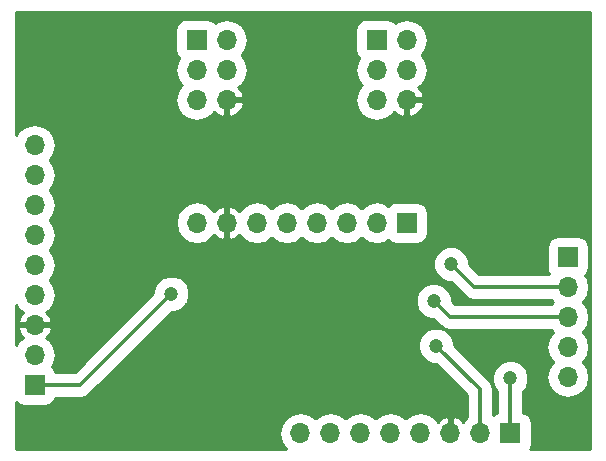
<source format=gbr>
G04 #@! TF.FileFunction,Copper,L1,Top,Signal*
%FSLAX46Y46*%
G04 Gerber Fmt 4.6, Leading zero omitted, Abs format (unit mm)*
G04 Created by KiCad (PCBNEW 4.0.7-e2-6376~58~ubuntu16.04.1) date Wed Apr 11 14:47:07 2018*
%MOMM*%
%LPD*%
G01*
G04 APERTURE LIST*
%ADD10C,0.100000*%
%ADD11R,1.700000X1.700000*%
%ADD12O,1.700000X1.700000*%
%ADD13C,1.200000*%
%ADD14C,0.350000*%
%ADD15C,0.254000*%
G04 APERTURE END LIST*
D10*
D11*
X147828000Y-107950000D03*
D12*
X150368000Y-107950000D03*
X147828000Y-110490000D03*
X150368000Y-110490000D03*
X147828000Y-113030000D03*
X150368000Y-113030000D03*
D11*
X132588000Y-107950000D03*
D12*
X135128000Y-107950000D03*
X132588000Y-110490000D03*
X135128000Y-110490000D03*
X132588000Y-113030000D03*
X135128000Y-113030000D03*
D11*
X118872000Y-137160000D03*
D12*
X118872000Y-134620000D03*
X118872000Y-132080000D03*
X118872000Y-129540000D03*
X118872000Y-127000000D03*
X118872000Y-124460000D03*
X118872000Y-121920000D03*
X118872000Y-119380000D03*
X118872000Y-116840000D03*
D11*
X150368000Y-123444000D03*
D12*
X147828000Y-123444000D03*
X145288000Y-123444000D03*
X142748000Y-123444000D03*
X140208000Y-123444000D03*
X137668000Y-123444000D03*
X135128000Y-123444000D03*
X132588000Y-123444000D03*
D11*
X159166560Y-141259560D03*
D12*
X156626560Y-141259560D03*
X154086560Y-141259560D03*
X151546560Y-141259560D03*
X149006560Y-141259560D03*
X146466560Y-141259560D03*
X143926560Y-141259560D03*
X141386560Y-141259560D03*
D11*
X164023040Y-126339600D03*
D12*
X164023040Y-128879600D03*
X164023040Y-131419600D03*
X164023040Y-133959600D03*
X164023040Y-136499600D03*
D13*
X130454400Y-129438400D03*
X130454400Y-119253000D03*
X130505200Y-126263400D03*
X142011400Y-116052600D03*
X139141200Y-113106200D03*
X135051800Y-129336800D03*
X159156400Y-136601200D03*
X154127200Y-126923800D03*
X152654000Y-130048000D03*
X152857200Y-133832600D03*
D14*
X121412000Y-137160000D02*
X122732800Y-137160000D01*
X118872000Y-137160000D02*
X121412000Y-137160000D01*
X122732800Y-137160000D02*
X130454400Y-129438400D01*
X129844800Y-127228600D02*
X129844800Y-126923800D01*
X129844800Y-127508000D02*
X129844800Y-127228600D01*
X135813800Y-116433600D02*
X139141200Y-113106200D01*
X133273800Y-116433600D02*
X135813800Y-116433600D01*
X130454400Y-119253000D02*
X133273800Y-116433600D01*
X129844800Y-126923800D02*
X130505200Y-126263400D01*
X142011400Y-115976400D02*
X142011400Y-116052600D01*
X139141200Y-113106200D02*
X142011400Y-115976400D01*
X135051800Y-129336800D02*
X133578600Y-129336800D01*
X122097800Y-132080000D02*
X125831600Y-128346200D01*
X122097800Y-132080000D02*
X118872000Y-132080000D01*
X126644400Y-127533400D02*
X125831600Y-128346200D01*
X131775200Y-127533400D02*
X126644400Y-127533400D01*
X133578600Y-129336800D02*
X131775200Y-127533400D01*
X154086560Y-139303760D02*
X154086560Y-141259560D01*
X147269200Y-132486400D02*
X154086560Y-139303760D01*
X143713200Y-132486400D02*
X147269200Y-132486400D01*
X141198600Y-129971800D02*
X143713200Y-132486400D01*
X135661400Y-129971800D02*
X141198600Y-129971800D01*
X135051800Y-129336800D02*
X135661400Y-129971800D01*
X159166560Y-136611360D02*
X159166560Y-141259560D01*
X159156400Y-136601200D02*
X159166560Y-136611360D01*
X156083000Y-128879600D02*
X164023040Y-128879600D01*
X154127200Y-126923800D02*
X156083000Y-128879600D01*
X154025600Y-131419600D02*
X164023040Y-131419600D01*
X152654000Y-130048000D02*
X154025600Y-131419600D01*
X152867360Y-133842760D02*
X156565600Y-137515600D01*
X156565600Y-137515600D02*
X156626560Y-141259560D01*
X152867360Y-133842760D02*
X152857200Y-133832600D01*
D15*
G36*
X165914000Y-142546000D02*
X160840302Y-142546000D01*
X160887256Y-142477281D01*
X160961721Y-142109560D01*
X160961721Y-140409560D01*
X160897082Y-140066034D01*
X160694059Y-139750527D01*
X160384281Y-139538864D01*
X160268560Y-139515430D01*
X160268560Y-137648602D01*
X160450173Y-137467306D01*
X160683135Y-136906272D01*
X160683665Y-136298793D01*
X160451683Y-135737354D01*
X160022506Y-135307427D01*
X159461472Y-135074465D01*
X158853993Y-135073935D01*
X158292554Y-135305917D01*
X157862627Y-135735094D01*
X157629665Y-136296128D01*
X157629135Y-136903607D01*
X157861117Y-137465046D01*
X158064560Y-137668845D01*
X158064560Y-139511816D01*
X157973034Y-139529038D01*
X157703355Y-139702572D01*
X157667454Y-137497659D01*
X157623556Y-137294332D01*
X157582256Y-137090377D01*
X157578233Y-137084401D01*
X157576714Y-137077364D01*
X157458321Y-136906272D01*
X157342142Y-136733688D01*
X154384233Y-133796094D01*
X154384465Y-133530193D01*
X154152483Y-132968754D01*
X153723306Y-132538827D01*
X153162272Y-132305865D01*
X152554793Y-132305335D01*
X151993354Y-132537317D01*
X151563427Y-132966494D01*
X151330465Y-133527528D01*
X151329935Y-134135007D01*
X151561917Y-134696446D01*
X151991094Y-135126373D01*
X152552128Y-135359335D01*
X152830806Y-135359578D01*
X155471043Y-137981681D01*
X155501953Y-139880071D01*
X155370031Y-139968218D01*
X155166353Y-140273044D01*
X154853484Y-139987915D01*
X154443450Y-139818084D01*
X154213560Y-139939405D01*
X154213560Y-141132560D01*
X154233560Y-141132560D01*
X154233560Y-141386560D01*
X154213560Y-141386560D01*
X154213560Y-141406560D01*
X153959560Y-141406560D01*
X153959560Y-141386560D01*
X153939560Y-141386560D01*
X153939560Y-141132560D01*
X153959560Y-141132560D01*
X153959560Y-139939405D01*
X153729670Y-139818084D01*
X153319636Y-139987915D01*
X153006767Y-140273044D01*
X152803089Y-139968218D01*
X152226588Y-139583013D01*
X151546560Y-139447747D01*
X150866532Y-139583013D01*
X150290031Y-139968218D01*
X150276560Y-139988379D01*
X150263089Y-139968218D01*
X149686588Y-139583013D01*
X149006560Y-139447747D01*
X148326532Y-139583013D01*
X147750031Y-139968218D01*
X147736560Y-139988379D01*
X147723089Y-139968218D01*
X147146588Y-139583013D01*
X146466560Y-139447747D01*
X145786532Y-139583013D01*
X145210031Y-139968218D01*
X145196560Y-139988379D01*
X145183089Y-139968218D01*
X144606588Y-139583013D01*
X143926560Y-139447747D01*
X143246532Y-139583013D01*
X142670031Y-139968218D01*
X142656560Y-139988379D01*
X142643089Y-139968218D01*
X142066588Y-139583013D01*
X141386560Y-139447747D01*
X140706532Y-139583013D01*
X140130031Y-139968218D01*
X139744826Y-140544719D01*
X139609560Y-141224747D01*
X139609560Y-141294373D01*
X139744826Y-141974401D01*
X140126756Y-142546000D01*
X117296000Y-142546000D01*
X117296000Y-138593660D01*
X117344501Y-138669033D01*
X117654279Y-138880696D01*
X118022000Y-138955161D01*
X119722000Y-138955161D01*
X120065526Y-138890522D01*
X120381033Y-138687499D01*
X120592696Y-138377721D01*
X120616130Y-138262000D01*
X122732800Y-138262000D01*
X123154517Y-138178115D01*
X123512032Y-137939232D01*
X130485835Y-130965429D01*
X130756807Y-130965665D01*
X131318246Y-130733683D01*
X131702191Y-130350407D01*
X151126735Y-130350407D01*
X151358717Y-130911846D01*
X151787894Y-131341773D01*
X152348928Y-131574735D01*
X152622510Y-131574974D01*
X153246366Y-132198829D01*
X153246368Y-132198832D01*
X153603883Y-132437715D01*
X154025600Y-132521600D01*
X162628445Y-132521600D01*
X162731698Y-132676129D01*
X162751859Y-132689600D01*
X162731698Y-132703071D01*
X162346493Y-133279572D01*
X162211227Y-133959600D01*
X162346493Y-134639628D01*
X162731698Y-135216129D01*
X162751859Y-135229600D01*
X162731698Y-135243071D01*
X162346493Y-135819572D01*
X162211227Y-136499600D01*
X162346493Y-137179628D01*
X162731698Y-137756129D01*
X163308199Y-138141334D01*
X163988227Y-138276600D01*
X164057853Y-138276600D01*
X164737881Y-138141334D01*
X165314382Y-137756129D01*
X165699587Y-137179628D01*
X165834853Y-136499600D01*
X165699587Y-135819572D01*
X165314382Y-135243071D01*
X165294221Y-135229600D01*
X165314382Y-135216129D01*
X165699587Y-134639628D01*
X165834853Y-133959600D01*
X165699587Y-133279572D01*
X165314382Y-132703071D01*
X165294221Y-132689600D01*
X165314382Y-132676129D01*
X165699587Y-132099628D01*
X165834853Y-131419600D01*
X165699587Y-130739572D01*
X165314382Y-130163071D01*
X165294221Y-130149600D01*
X165314382Y-130136129D01*
X165699587Y-129559628D01*
X165834853Y-128879600D01*
X165699587Y-128199572D01*
X165493864Y-127891686D01*
X165532073Y-127867099D01*
X165743736Y-127557321D01*
X165818201Y-127189600D01*
X165818201Y-125489600D01*
X165753562Y-125146074D01*
X165550539Y-124830567D01*
X165240761Y-124618904D01*
X164873040Y-124544439D01*
X163173040Y-124544439D01*
X162829514Y-124609078D01*
X162514007Y-124812101D01*
X162302344Y-125121879D01*
X162227879Y-125489600D01*
X162227879Y-127189600D01*
X162292518Y-127533126D01*
X162449833Y-127777600D01*
X156539464Y-127777600D01*
X155654229Y-126892365D01*
X155654465Y-126621393D01*
X155422483Y-126059954D01*
X154993306Y-125630027D01*
X154432272Y-125397065D01*
X153824793Y-125396535D01*
X153263354Y-125628517D01*
X152833427Y-126057694D01*
X152600465Y-126618728D01*
X152599935Y-127226207D01*
X152831917Y-127787646D01*
X153261094Y-128217573D01*
X153822128Y-128450535D01*
X154095710Y-128450774D01*
X155303768Y-129658832D01*
X155661283Y-129897715D01*
X156083000Y-129981601D01*
X156083005Y-129981600D01*
X162628445Y-129981600D01*
X162731698Y-130136129D01*
X162751859Y-130149600D01*
X162731698Y-130163071D01*
X162628445Y-130317600D01*
X154482063Y-130317600D01*
X154181029Y-130016565D01*
X154181265Y-129745593D01*
X153949283Y-129184154D01*
X153520106Y-128754227D01*
X152959072Y-128521265D01*
X152351593Y-128520735D01*
X151790154Y-128752717D01*
X151360227Y-129181894D01*
X151127265Y-129742928D01*
X151126735Y-130350407D01*
X131702191Y-130350407D01*
X131748173Y-130304506D01*
X131981135Y-129743472D01*
X131981665Y-129135993D01*
X131749683Y-128574554D01*
X131320506Y-128144627D01*
X130759472Y-127911665D01*
X130151993Y-127911135D01*
X129590554Y-128143117D01*
X129160627Y-128572294D01*
X128927665Y-129133328D01*
X128927426Y-129406911D01*
X122276336Y-136058000D01*
X120619744Y-136058000D01*
X120602522Y-135966474D01*
X120399499Y-135650967D01*
X120340839Y-135610886D01*
X120548547Y-135300028D01*
X120683813Y-134620000D01*
X120548547Y-133939972D01*
X120163342Y-133363471D01*
X119858516Y-133159793D01*
X120143645Y-132846924D01*
X120313476Y-132436890D01*
X120192155Y-132207000D01*
X118999000Y-132207000D01*
X118999000Y-132227000D01*
X118745000Y-132227000D01*
X118745000Y-132207000D01*
X117551845Y-132207000D01*
X117430524Y-132436890D01*
X117600355Y-132846924D01*
X117885484Y-133159793D01*
X117580658Y-133363471D01*
X117296000Y-133789493D01*
X117296000Y-130370507D01*
X117580658Y-130796529D01*
X117885484Y-131000207D01*
X117600355Y-131313076D01*
X117430524Y-131723110D01*
X117551845Y-131953000D01*
X118745000Y-131953000D01*
X118745000Y-131933000D01*
X118999000Y-131933000D01*
X118999000Y-131953000D01*
X120192155Y-131953000D01*
X120313476Y-131723110D01*
X120143645Y-131313076D01*
X119858516Y-131000207D01*
X120163342Y-130796529D01*
X120548547Y-130220028D01*
X120683813Y-129540000D01*
X120548547Y-128859972D01*
X120163342Y-128283471D01*
X120143181Y-128270000D01*
X120163342Y-128256529D01*
X120548547Y-127680028D01*
X120683813Y-127000000D01*
X120548547Y-126319972D01*
X120163342Y-125743471D01*
X120143181Y-125730000D01*
X120163342Y-125716529D01*
X120548547Y-125140028D01*
X120683813Y-124460000D01*
X120548547Y-123779972D01*
X120300797Y-123409187D01*
X130811000Y-123409187D01*
X130811000Y-123478813D01*
X130946266Y-124158841D01*
X131331471Y-124735342D01*
X131907972Y-125120547D01*
X132588000Y-125255813D01*
X133268028Y-125120547D01*
X133844529Y-124735342D01*
X134048207Y-124430516D01*
X134361076Y-124715645D01*
X134771110Y-124885476D01*
X135001000Y-124764155D01*
X135001000Y-123571000D01*
X134981000Y-123571000D01*
X134981000Y-123317000D01*
X135001000Y-123317000D01*
X135001000Y-122123845D01*
X135255000Y-122123845D01*
X135255000Y-123317000D01*
X135275000Y-123317000D01*
X135275000Y-123571000D01*
X135255000Y-123571000D01*
X135255000Y-124764155D01*
X135484890Y-124885476D01*
X135894924Y-124715645D01*
X136207793Y-124430516D01*
X136411471Y-124735342D01*
X136987972Y-125120547D01*
X137668000Y-125255813D01*
X138348028Y-125120547D01*
X138924529Y-124735342D01*
X138938000Y-124715181D01*
X138951471Y-124735342D01*
X139527972Y-125120547D01*
X140208000Y-125255813D01*
X140888028Y-125120547D01*
X141464529Y-124735342D01*
X141478000Y-124715181D01*
X141491471Y-124735342D01*
X142067972Y-125120547D01*
X142748000Y-125255813D01*
X143428028Y-125120547D01*
X144004529Y-124735342D01*
X144018000Y-124715181D01*
X144031471Y-124735342D01*
X144607972Y-125120547D01*
X145288000Y-125255813D01*
X145968028Y-125120547D01*
X146544529Y-124735342D01*
X146558000Y-124715181D01*
X146571471Y-124735342D01*
X147147972Y-125120547D01*
X147828000Y-125255813D01*
X148508028Y-125120547D01*
X148815914Y-124914824D01*
X148840501Y-124953033D01*
X149150279Y-125164696D01*
X149518000Y-125239161D01*
X151218000Y-125239161D01*
X151561526Y-125174522D01*
X151877033Y-124971499D01*
X152088696Y-124661721D01*
X152163161Y-124294000D01*
X152163161Y-122594000D01*
X152098522Y-122250474D01*
X151895499Y-121934967D01*
X151585721Y-121723304D01*
X151218000Y-121648839D01*
X149518000Y-121648839D01*
X149174474Y-121713478D01*
X148858967Y-121916501D01*
X148818886Y-121975161D01*
X148508028Y-121767453D01*
X147828000Y-121632187D01*
X147147972Y-121767453D01*
X146571471Y-122152658D01*
X146558000Y-122172819D01*
X146544529Y-122152658D01*
X145968028Y-121767453D01*
X145288000Y-121632187D01*
X144607972Y-121767453D01*
X144031471Y-122152658D01*
X144018000Y-122172819D01*
X144004529Y-122152658D01*
X143428028Y-121767453D01*
X142748000Y-121632187D01*
X142067972Y-121767453D01*
X141491471Y-122152658D01*
X141478000Y-122172819D01*
X141464529Y-122152658D01*
X140888028Y-121767453D01*
X140208000Y-121632187D01*
X139527972Y-121767453D01*
X138951471Y-122152658D01*
X138938000Y-122172819D01*
X138924529Y-122152658D01*
X138348028Y-121767453D01*
X137668000Y-121632187D01*
X136987972Y-121767453D01*
X136411471Y-122152658D01*
X136207793Y-122457484D01*
X135894924Y-122172355D01*
X135484890Y-122002524D01*
X135255000Y-122123845D01*
X135001000Y-122123845D01*
X134771110Y-122002524D01*
X134361076Y-122172355D01*
X134048207Y-122457484D01*
X133844529Y-122152658D01*
X133268028Y-121767453D01*
X132588000Y-121632187D01*
X131907972Y-121767453D01*
X131331471Y-122152658D01*
X130946266Y-122729159D01*
X130811000Y-123409187D01*
X120300797Y-123409187D01*
X120163342Y-123203471D01*
X120143181Y-123190000D01*
X120163342Y-123176529D01*
X120548547Y-122600028D01*
X120683813Y-121920000D01*
X120548547Y-121239972D01*
X120163342Y-120663471D01*
X120143181Y-120650000D01*
X120163342Y-120636529D01*
X120548547Y-120060028D01*
X120683813Y-119380000D01*
X120548547Y-118699972D01*
X120163342Y-118123471D01*
X120143181Y-118110000D01*
X120163342Y-118096529D01*
X120548547Y-117520028D01*
X120683813Y-116840000D01*
X120548547Y-116159972D01*
X120163342Y-115583471D01*
X119586841Y-115198266D01*
X118906813Y-115063000D01*
X118837187Y-115063000D01*
X118157159Y-115198266D01*
X117580658Y-115583471D01*
X117296000Y-116009493D01*
X117296000Y-110490000D01*
X130776187Y-110490000D01*
X130911453Y-111170028D01*
X131296658Y-111746529D01*
X131316819Y-111760000D01*
X131296658Y-111773471D01*
X130911453Y-112349972D01*
X130776187Y-113030000D01*
X130911453Y-113710028D01*
X131296658Y-114286529D01*
X131873159Y-114671734D01*
X132553187Y-114807000D01*
X132622813Y-114807000D01*
X133302841Y-114671734D01*
X133879342Y-114286529D01*
X134058370Y-114018594D01*
X134246642Y-114225183D01*
X134771108Y-114471486D01*
X135001000Y-114350819D01*
X135001000Y-113157000D01*
X135255000Y-113157000D01*
X135255000Y-114350819D01*
X135484892Y-114471486D01*
X136009358Y-114225183D01*
X136399645Y-113796924D01*
X136569476Y-113386890D01*
X136448155Y-113157000D01*
X135255000Y-113157000D01*
X135001000Y-113157000D01*
X134981000Y-113157000D01*
X134981000Y-112903000D01*
X135001000Y-112903000D01*
X135001000Y-112883000D01*
X135255000Y-112883000D01*
X135255000Y-112903000D01*
X136448155Y-112903000D01*
X136569476Y-112673110D01*
X136399645Y-112263076D01*
X136114516Y-111950207D01*
X136419342Y-111746529D01*
X136804547Y-111170028D01*
X136939813Y-110490000D01*
X146016187Y-110490000D01*
X146151453Y-111170028D01*
X146536658Y-111746529D01*
X146556819Y-111760000D01*
X146536658Y-111773471D01*
X146151453Y-112349972D01*
X146016187Y-113030000D01*
X146151453Y-113710028D01*
X146536658Y-114286529D01*
X147113159Y-114671734D01*
X147793187Y-114807000D01*
X147862813Y-114807000D01*
X148542841Y-114671734D01*
X149119342Y-114286529D01*
X149298370Y-114018594D01*
X149486642Y-114225183D01*
X150011108Y-114471486D01*
X150241000Y-114350819D01*
X150241000Y-113157000D01*
X150495000Y-113157000D01*
X150495000Y-114350819D01*
X150724892Y-114471486D01*
X151249358Y-114225183D01*
X151639645Y-113796924D01*
X151809476Y-113386890D01*
X151688155Y-113157000D01*
X150495000Y-113157000D01*
X150241000Y-113157000D01*
X150221000Y-113157000D01*
X150221000Y-112903000D01*
X150241000Y-112903000D01*
X150241000Y-112883000D01*
X150495000Y-112883000D01*
X150495000Y-112903000D01*
X151688155Y-112903000D01*
X151809476Y-112673110D01*
X151639645Y-112263076D01*
X151354516Y-111950207D01*
X151659342Y-111746529D01*
X152044547Y-111170028D01*
X152179813Y-110490000D01*
X152044547Y-109809972D01*
X151659342Y-109233471D01*
X151639181Y-109220000D01*
X151659342Y-109206529D01*
X152044547Y-108630028D01*
X152179813Y-107950000D01*
X152044547Y-107269972D01*
X151659342Y-106693471D01*
X151082841Y-106308266D01*
X150402813Y-106173000D01*
X150333187Y-106173000D01*
X149653159Y-106308266D01*
X149385284Y-106487254D01*
X149355499Y-106440967D01*
X149045721Y-106229304D01*
X148678000Y-106154839D01*
X146978000Y-106154839D01*
X146634474Y-106219478D01*
X146318967Y-106422501D01*
X146107304Y-106732279D01*
X146032839Y-107100000D01*
X146032839Y-108800000D01*
X146097478Y-109143526D01*
X146300501Y-109459033D01*
X146359161Y-109499114D01*
X146151453Y-109809972D01*
X146016187Y-110490000D01*
X136939813Y-110490000D01*
X136804547Y-109809972D01*
X136419342Y-109233471D01*
X136399181Y-109220000D01*
X136419342Y-109206529D01*
X136804547Y-108630028D01*
X136939813Y-107950000D01*
X136804547Y-107269972D01*
X136419342Y-106693471D01*
X135842841Y-106308266D01*
X135162813Y-106173000D01*
X135093187Y-106173000D01*
X134413159Y-106308266D01*
X134145284Y-106487254D01*
X134115499Y-106440967D01*
X133805721Y-106229304D01*
X133438000Y-106154839D01*
X131738000Y-106154839D01*
X131394474Y-106219478D01*
X131078967Y-106422501D01*
X130867304Y-106732279D01*
X130792839Y-107100000D01*
X130792839Y-108800000D01*
X130857478Y-109143526D01*
X131060501Y-109459033D01*
X131119161Y-109499114D01*
X130911453Y-109809972D01*
X130776187Y-110490000D01*
X117296000Y-110490000D01*
X117296000Y-105612000D01*
X165914000Y-105612000D01*
X165914000Y-142546000D01*
X165914000Y-142546000D01*
G37*
X165914000Y-142546000D02*
X160840302Y-142546000D01*
X160887256Y-142477281D01*
X160961721Y-142109560D01*
X160961721Y-140409560D01*
X160897082Y-140066034D01*
X160694059Y-139750527D01*
X160384281Y-139538864D01*
X160268560Y-139515430D01*
X160268560Y-137648602D01*
X160450173Y-137467306D01*
X160683135Y-136906272D01*
X160683665Y-136298793D01*
X160451683Y-135737354D01*
X160022506Y-135307427D01*
X159461472Y-135074465D01*
X158853993Y-135073935D01*
X158292554Y-135305917D01*
X157862627Y-135735094D01*
X157629665Y-136296128D01*
X157629135Y-136903607D01*
X157861117Y-137465046D01*
X158064560Y-137668845D01*
X158064560Y-139511816D01*
X157973034Y-139529038D01*
X157703355Y-139702572D01*
X157667454Y-137497659D01*
X157623556Y-137294332D01*
X157582256Y-137090377D01*
X157578233Y-137084401D01*
X157576714Y-137077364D01*
X157458321Y-136906272D01*
X157342142Y-136733688D01*
X154384233Y-133796094D01*
X154384465Y-133530193D01*
X154152483Y-132968754D01*
X153723306Y-132538827D01*
X153162272Y-132305865D01*
X152554793Y-132305335D01*
X151993354Y-132537317D01*
X151563427Y-132966494D01*
X151330465Y-133527528D01*
X151329935Y-134135007D01*
X151561917Y-134696446D01*
X151991094Y-135126373D01*
X152552128Y-135359335D01*
X152830806Y-135359578D01*
X155471043Y-137981681D01*
X155501953Y-139880071D01*
X155370031Y-139968218D01*
X155166353Y-140273044D01*
X154853484Y-139987915D01*
X154443450Y-139818084D01*
X154213560Y-139939405D01*
X154213560Y-141132560D01*
X154233560Y-141132560D01*
X154233560Y-141386560D01*
X154213560Y-141386560D01*
X154213560Y-141406560D01*
X153959560Y-141406560D01*
X153959560Y-141386560D01*
X153939560Y-141386560D01*
X153939560Y-141132560D01*
X153959560Y-141132560D01*
X153959560Y-139939405D01*
X153729670Y-139818084D01*
X153319636Y-139987915D01*
X153006767Y-140273044D01*
X152803089Y-139968218D01*
X152226588Y-139583013D01*
X151546560Y-139447747D01*
X150866532Y-139583013D01*
X150290031Y-139968218D01*
X150276560Y-139988379D01*
X150263089Y-139968218D01*
X149686588Y-139583013D01*
X149006560Y-139447747D01*
X148326532Y-139583013D01*
X147750031Y-139968218D01*
X147736560Y-139988379D01*
X147723089Y-139968218D01*
X147146588Y-139583013D01*
X146466560Y-139447747D01*
X145786532Y-139583013D01*
X145210031Y-139968218D01*
X145196560Y-139988379D01*
X145183089Y-139968218D01*
X144606588Y-139583013D01*
X143926560Y-139447747D01*
X143246532Y-139583013D01*
X142670031Y-139968218D01*
X142656560Y-139988379D01*
X142643089Y-139968218D01*
X142066588Y-139583013D01*
X141386560Y-139447747D01*
X140706532Y-139583013D01*
X140130031Y-139968218D01*
X139744826Y-140544719D01*
X139609560Y-141224747D01*
X139609560Y-141294373D01*
X139744826Y-141974401D01*
X140126756Y-142546000D01*
X117296000Y-142546000D01*
X117296000Y-138593660D01*
X117344501Y-138669033D01*
X117654279Y-138880696D01*
X118022000Y-138955161D01*
X119722000Y-138955161D01*
X120065526Y-138890522D01*
X120381033Y-138687499D01*
X120592696Y-138377721D01*
X120616130Y-138262000D01*
X122732800Y-138262000D01*
X123154517Y-138178115D01*
X123512032Y-137939232D01*
X130485835Y-130965429D01*
X130756807Y-130965665D01*
X131318246Y-130733683D01*
X131702191Y-130350407D01*
X151126735Y-130350407D01*
X151358717Y-130911846D01*
X151787894Y-131341773D01*
X152348928Y-131574735D01*
X152622510Y-131574974D01*
X153246366Y-132198829D01*
X153246368Y-132198832D01*
X153603883Y-132437715D01*
X154025600Y-132521600D01*
X162628445Y-132521600D01*
X162731698Y-132676129D01*
X162751859Y-132689600D01*
X162731698Y-132703071D01*
X162346493Y-133279572D01*
X162211227Y-133959600D01*
X162346493Y-134639628D01*
X162731698Y-135216129D01*
X162751859Y-135229600D01*
X162731698Y-135243071D01*
X162346493Y-135819572D01*
X162211227Y-136499600D01*
X162346493Y-137179628D01*
X162731698Y-137756129D01*
X163308199Y-138141334D01*
X163988227Y-138276600D01*
X164057853Y-138276600D01*
X164737881Y-138141334D01*
X165314382Y-137756129D01*
X165699587Y-137179628D01*
X165834853Y-136499600D01*
X165699587Y-135819572D01*
X165314382Y-135243071D01*
X165294221Y-135229600D01*
X165314382Y-135216129D01*
X165699587Y-134639628D01*
X165834853Y-133959600D01*
X165699587Y-133279572D01*
X165314382Y-132703071D01*
X165294221Y-132689600D01*
X165314382Y-132676129D01*
X165699587Y-132099628D01*
X165834853Y-131419600D01*
X165699587Y-130739572D01*
X165314382Y-130163071D01*
X165294221Y-130149600D01*
X165314382Y-130136129D01*
X165699587Y-129559628D01*
X165834853Y-128879600D01*
X165699587Y-128199572D01*
X165493864Y-127891686D01*
X165532073Y-127867099D01*
X165743736Y-127557321D01*
X165818201Y-127189600D01*
X165818201Y-125489600D01*
X165753562Y-125146074D01*
X165550539Y-124830567D01*
X165240761Y-124618904D01*
X164873040Y-124544439D01*
X163173040Y-124544439D01*
X162829514Y-124609078D01*
X162514007Y-124812101D01*
X162302344Y-125121879D01*
X162227879Y-125489600D01*
X162227879Y-127189600D01*
X162292518Y-127533126D01*
X162449833Y-127777600D01*
X156539464Y-127777600D01*
X155654229Y-126892365D01*
X155654465Y-126621393D01*
X155422483Y-126059954D01*
X154993306Y-125630027D01*
X154432272Y-125397065D01*
X153824793Y-125396535D01*
X153263354Y-125628517D01*
X152833427Y-126057694D01*
X152600465Y-126618728D01*
X152599935Y-127226207D01*
X152831917Y-127787646D01*
X153261094Y-128217573D01*
X153822128Y-128450535D01*
X154095710Y-128450774D01*
X155303768Y-129658832D01*
X155661283Y-129897715D01*
X156083000Y-129981601D01*
X156083005Y-129981600D01*
X162628445Y-129981600D01*
X162731698Y-130136129D01*
X162751859Y-130149600D01*
X162731698Y-130163071D01*
X162628445Y-130317600D01*
X154482063Y-130317600D01*
X154181029Y-130016565D01*
X154181265Y-129745593D01*
X153949283Y-129184154D01*
X153520106Y-128754227D01*
X152959072Y-128521265D01*
X152351593Y-128520735D01*
X151790154Y-128752717D01*
X151360227Y-129181894D01*
X151127265Y-129742928D01*
X151126735Y-130350407D01*
X131702191Y-130350407D01*
X131748173Y-130304506D01*
X131981135Y-129743472D01*
X131981665Y-129135993D01*
X131749683Y-128574554D01*
X131320506Y-128144627D01*
X130759472Y-127911665D01*
X130151993Y-127911135D01*
X129590554Y-128143117D01*
X129160627Y-128572294D01*
X128927665Y-129133328D01*
X128927426Y-129406911D01*
X122276336Y-136058000D01*
X120619744Y-136058000D01*
X120602522Y-135966474D01*
X120399499Y-135650967D01*
X120340839Y-135610886D01*
X120548547Y-135300028D01*
X120683813Y-134620000D01*
X120548547Y-133939972D01*
X120163342Y-133363471D01*
X119858516Y-133159793D01*
X120143645Y-132846924D01*
X120313476Y-132436890D01*
X120192155Y-132207000D01*
X118999000Y-132207000D01*
X118999000Y-132227000D01*
X118745000Y-132227000D01*
X118745000Y-132207000D01*
X117551845Y-132207000D01*
X117430524Y-132436890D01*
X117600355Y-132846924D01*
X117885484Y-133159793D01*
X117580658Y-133363471D01*
X117296000Y-133789493D01*
X117296000Y-130370507D01*
X117580658Y-130796529D01*
X117885484Y-131000207D01*
X117600355Y-131313076D01*
X117430524Y-131723110D01*
X117551845Y-131953000D01*
X118745000Y-131953000D01*
X118745000Y-131933000D01*
X118999000Y-131933000D01*
X118999000Y-131953000D01*
X120192155Y-131953000D01*
X120313476Y-131723110D01*
X120143645Y-131313076D01*
X119858516Y-131000207D01*
X120163342Y-130796529D01*
X120548547Y-130220028D01*
X120683813Y-129540000D01*
X120548547Y-128859972D01*
X120163342Y-128283471D01*
X120143181Y-128270000D01*
X120163342Y-128256529D01*
X120548547Y-127680028D01*
X120683813Y-127000000D01*
X120548547Y-126319972D01*
X120163342Y-125743471D01*
X120143181Y-125730000D01*
X120163342Y-125716529D01*
X120548547Y-125140028D01*
X120683813Y-124460000D01*
X120548547Y-123779972D01*
X120300797Y-123409187D01*
X130811000Y-123409187D01*
X130811000Y-123478813D01*
X130946266Y-124158841D01*
X131331471Y-124735342D01*
X131907972Y-125120547D01*
X132588000Y-125255813D01*
X133268028Y-125120547D01*
X133844529Y-124735342D01*
X134048207Y-124430516D01*
X134361076Y-124715645D01*
X134771110Y-124885476D01*
X135001000Y-124764155D01*
X135001000Y-123571000D01*
X134981000Y-123571000D01*
X134981000Y-123317000D01*
X135001000Y-123317000D01*
X135001000Y-122123845D01*
X135255000Y-122123845D01*
X135255000Y-123317000D01*
X135275000Y-123317000D01*
X135275000Y-123571000D01*
X135255000Y-123571000D01*
X135255000Y-124764155D01*
X135484890Y-124885476D01*
X135894924Y-124715645D01*
X136207793Y-124430516D01*
X136411471Y-124735342D01*
X136987972Y-125120547D01*
X137668000Y-125255813D01*
X138348028Y-125120547D01*
X138924529Y-124735342D01*
X138938000Y-124715181D01*
X138951471Y-124735342D01*
X139527972Y-125120547D01*
X140208000Y-125255813D01*
X140888028Y-125120547D01*
X141464529Y-124735342D01*
X141478000Y-124715181D01*
X141491471Y-124735342D01*
X142067972Y-125120547D01*
X142748000Y-125255813D01*
X143428028Y-125120547D01*
X144004529Y-124735342D01*
X144018000Y-124715181D01*
X144031471Y-124735342D01*
X144607972Y-125120547D01*
X145288000Y-125255813D01*
X145968028Y-125120547D01*
X146544529Y-124735342D01*
X146558000Y-124715181D01*
X146571471Y-124735342D01*
X147147972Y-125120547D01*
X147828000Y-125255813D01*
X148508028Y-125120547D01*
X148815914Y-124914824D01*
X148840501Y-124953033D01*
X149150279Y-125164696D01*
X149518000Y-125239161D01*
X151218000Y-125239161D01*
X151561526Y-125174522D01*
X151877033Y-124971499D01*
X152088696Y-124661721D01*
X152163161Y-124294000D01*
X152163161Y-122594000D01*
X152098522Y-122250474D01*
X151895499Y-121934967D01*
X151585721Y-121723304D01*
X151218000Y-121648839D01*
X149518000Y-121648839D01*
X149174474Y-121713478D01*
X148858967Y-121916501D01*
X148818886Y-121975161D01*
X148508028Y-121767453D01*
X147828000Y-121632187D01*
X147147972Y-121767453D01*
X146571471Y-122152658D01*
X146558000Y-122172819D01*
X146544529Y-122152658D01*
X145968028Y-121767453D01*
X145288000Y-121632187D01*
X144607972Y-121767453D01*
X144031471Y-122152658D01*
X144018000Y-122172819D01*
X144004529Y-122152658D01*
X143428028Y-121767453D01*
X142748000Y-121632187D01*
X142067972Y-121767453D01*
X141491471Y-122152658D01*
X141478000Y-122172819D01*
X141464529Y-122152658D01*
X140888028Y-121767453D01*
X140208000Y-121632187D01*
X139527972Y-121767453D01*
X138951471Y-122152658D01*
X138938000Y-122172819D01*
X138924529Y-122152658D01*
X138348028Y-121767453D01*
X137668000Y-121632187D01*
X136987972Y-121767453D01*
X136411471Y-122152658D01*
X136207793Y-122457484D01*
X135894924Y-122172355D01*
X135484890Y-122002524D01*
X135255000Y-122123845D01*
X135001000Y-122123845D01*
X134771110Y-122002524D01*
X134361076Y-122172355D01*
X134048207Y-122457484D01*
X133844529Y-122152658D01*
X133268028Y-121767453D01*
X132588000Y-121632187D01*
X131907972Y-121767453D01*
X131331471Y-122152658D01*
X130946266Y-122729159D01*
X130811000Y-123409187D01*
X120300797Y-123409187D01*
X120163342Y-123203471D01*
X120143181Y-123190000D01*
X120163342Y-123176529D01*
X120548547Y-122600028D01*
X120683813Y-121920000D01*
X120548547Y-121239972D01*
X120163342Y-120663471D01*
X120143181Y-120650000D01*
X120163342Y-120636529D01*
X120548547Y-120060028D01*
X120683813Y-119380000D01*
X120548547Y-118699972D01*
X120163342Y-118123471D01*
X120143181Y-118110000D01*
X120163342Y-118096529D01*
X120548547Y-117520028D01*
X120683813Y-116840000D01*
X120548547Y-116159972D01*
X120163342Y-115583471D01*
X119586841Y-115198266D01*
X118906813Y-115063000D01*
X118837187Y-115063000D01*
X118157159Y-115198266D01*
X117580658Y-115583471D01*
X117296000Y-116009493D01*
X117296000Y-110490000D01*
X130776187Y-110490000D01*
X130911453Y-111170028D01*
X131296658Y-111746529D01*
X131316819Y-111760000D01*
X131296658Y-111773471D01*
X130911453Y-112349972D01*
X130776187Y-113030000D01*
X130911453Y-113710028D01*
X131296658Y-114286529D01*
X131873159Y-114671734D01*
X132553187Y-114807000D01*
X132622813Y-114807000D01*
X133302841Y-114671734D01*
X133879342Y-114286529D01*
X134058370Y-114018594D01*
X134246642Y-114225183D01*
X134771108Y-114471486D01*
X135001000Y-114350819D01*
X135001000Y-113157000D01*
X135255000Y-113157000D01*
X135255000Y-114350819D01*
X135484892Y-114471486D01*
X136009358Y-114225183D01*
X136399645Y-113796924D01*
X136569476Y-113386890D01*
X136448155Y-113157000D01*
X135255000Y-113157000D01*
X135001000Y-113157000D01*
X134981000Y-113157000D01*
X134981000Y-112903000D01*
X135001000Y-112903000D01*
X135001000Y-112883000D01*
X135255000Y-112883000D01*
X135255000Y-112903000D01*
X136448155Y-112903000D01*
X136569476Y-112673110D01*
X136399645Y-112263076D01*
X136114516Y-111950207D01*
X136419342Y-111746529D01*
X136804547Y-111170028D01*
X136939813Y-110490000D01*
X146016187Y-110490000D01*
X146151453Y-111170028D01*
X146536658Y-111746529D01*
X146556819Y-111760000D01*
X146536658Y-111773471D01*
X146151453Y-112349972D01*
X146016187Y-113030000D01*
X146151453Y-113710028D01*
X146536658Y-114286529D01*
X147113159Y-114671734D01*
X147793187Y-114807000D01*
X147862813Y-114807000D01*
X148542841Y-114671734D01*
X149119342Y-114286529D01*
X149298370Y-114018594D01*
X149486642Y-114225183D01*
X150011108Y-114471486D01*
X150241000Y-114350819D01*
X150241000Y-113157000D01*
X150495000Y-113157000D01*
X150495000Y-114350819D01*
X150724892Y-114471486D01*
X151249358Y-114225183D01*
X151639645Y-113796924D01*
X151809476Y-113386890D01*
X151688155Y-113157000D01*
X150495000Y-113157000D01*
X150241000Y-113157000D01*
X150221000Y-113157000D01*
X150221000Y-112903000D01*
X150241000Y-112903000D01*
X150241000Y-112883000D01*
X150495000Y-112883000D01*
X150495000Y-112903000D01*
X151688155Y-112903000D01*
X151809476Y-112673110D01*
X151639645Y-112263076D01*
X151354516Y-111950207D01*
X151659342Y-111746529D01*
X152044547Y-111170028D01*
X152179813Y-110490000D01*
X152044547Y-109809972D01*
X151659342Y-109233471D01*
X151639181Y-109220000D01*
X151659342Y-109206529D01*
X152044547Y-108630028D01*
X152179813Y-107950000D01*
X152044547Y-107269972D01*
X151659342Y-106693471D01*
X151082841Y-106308266D01*
X150402813Y-106173000D01*
X150333187Y-106173000D01*
X149653159Y-106308266D01*
X149385284Y-106487254D01*
X149355499Y-106440967D01*
X149045721Y-106229304D01*
X148678000Y-106154839D01*
X146978000Y-106154839D01*
X146634474Y-106219478D01*
X146318967Y-106422501D01*
X146107304Y-106732279D01*
X146032839Y-107100000D01*
X146032839Y-108800000D01*
X146097478Y-109143526D01*
X146300501Y-109459033D01*
X146359161Y-109499114D01*
X146151453Y-109809972D01*
X146016187Y-110490000D01*
X136939813Y-110490000D01*
X136804547Y-109809972D01*
X136419342Y-109233471D01*
X136399181Y-109220000D01*
X136419342Y-109206529D01*
X136804547Y-108630028D01*
X136939813Y-107950000D01*
X136804547Y-107269972D01*
X136419342Y-106693471D01*
X135842841Y-106308266D01*
X135162813Y-106173000D01*
X135093187Y-106173000D01*
X134413159Y-106308266D01*
X134145284Y-106487254D01*
X134115499Y-106440967D01*
X133805721Y-106229304D01*
X133438000Y-106154839D01*
X131738000Y-106154839D01*
X131394474Y-106219478D01*
X131078967Y-106422501D01*
X130867304Y-106732279D01*
X130792839Y-107100000D01*
X130792839Y-108800000D01*
X130857478Y-109143526D01*
X131060501Y-109459033D01*
X131119161Y-109499114D01*
X130911453Y-109809972D01*
X130776187Y-110490000D01*
X117296000Y-110490000D01*
X117296000Y-105612000D01*
X165914000Y-105612000D01*
X165914000Y-142546000D01*
M02*

</source>
